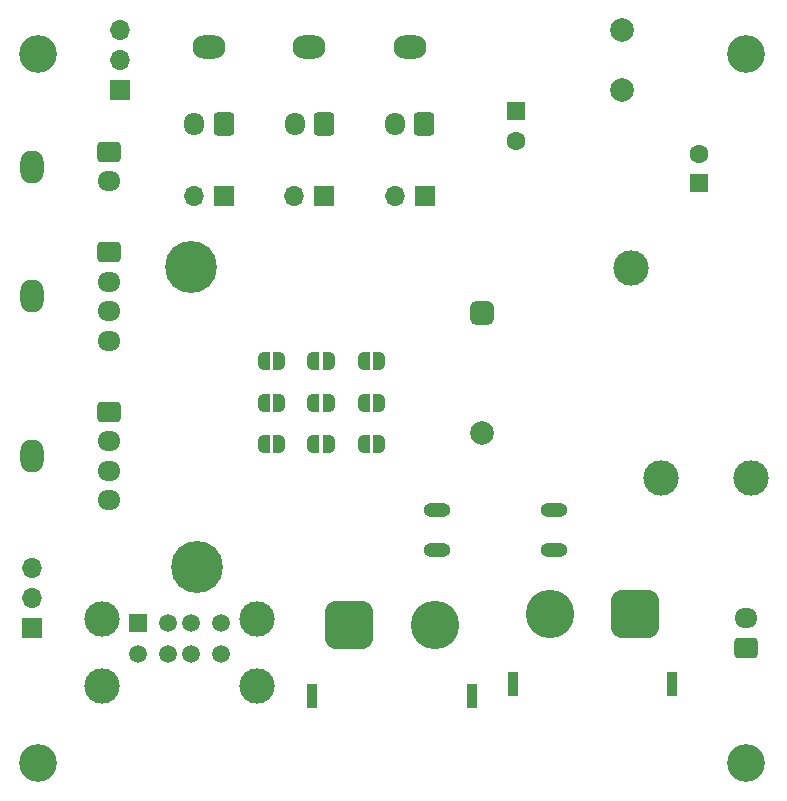
<source format=gbr>
%TF.GenerationSoftware,KiCad,Pcbnew,8.0.1*%
%TF.CreationDate,2024-08-29T16:15:39+09:00*%
%TF.ProjectId,PW-3-mini2-v1,50572d33-2d6d-4696-9e69-322d76312e6b,rev?*%
%TF.SameCoordinates,Original*%
%TF.FileFunction,Soldermask,Bot*%
%TF.FilePolarity,Negative*%
%FSLAX46Y46*%
G04 Gerber Fmt 4.6, Leading zero omitted, Abs format (unit mm)*
G04 Created by KiCad (PCBNEW 8.0.1) date 2024-08-29 16:15:39*
%MOMM*%
%LPD*%
G01*
G04 APERTURE LIST*
G04 Aperture macros list*
%AMRoundRect*
0 Rectangle with rounded corners*
0 $1 Rounding radius*
0 $2 $3 $4 $5 $6 $7 $8 $9 X,Y pos of 4 corners*
0 Add a 4 corners polygon primitive as box body*
4,1,4,$2,$3,$4,$5,$6,$7,$8,$9,$2,$3,0*
0 Add four circle primitives for the rounded corners*
1,1,$1+$1,$2,$3*
1,1,$1+$1,$4,$5*
1,1,$1+$1,$6,$7*
1,1,$1+$1,$8,$9*
0 Add four rect primitives between the rounded corners*
20,1,$1+$1,$2,$3,$4,$5,0*
20,1,$1+$1,$4,$5,$6,$7,0*
20,1,$1+$1,$6,$7,$8,$9,0*
20,1,$1+$1,$8,$9,$2,$3,0*%
%AMFreePoly0*
4,1,19,0.500000,-0.750000,0.000000,-0.750000,0.000000,-0.744911,-0.071157,-0.744911,-0.207708,-0.704816,-0.327430,-0.627875,-0.420627,-0.520320,-0.479746,-0.390866,-0.500000,-0.250000,-0.500000,0.250000,-0.479746,0.390866,-0.420627,0.520320,-0.327430,0.627875,-0.207708,0.704816,-0.071157,0.744911,0.000000,0.744911,0.000000,0.750000,0.500000,0.750000,0.500000,-0.750000,0.500000,-0.750000,
$1*%
%AMFreePoly1*
4,1,19,0.000000,0.744911,0.071157,0.744911,0.207708,0.704816,0.327430,0.627875,0.420627,0.520320,0.479746,0.390866,0.500000,0.250000,0.500000,-0.250000,0.479746,-0.390866,0.420627,-0.520320,0.327430,-0.627875,0.207708,-0.704816,0.071157,-0.744911,0.000000,-0.744911,0.000000,-0.750000,-0.500000,-0.750000,-0.500000,0.750000,0.000000,0.750000,0.000000,0.744911,0.000000,0.744911,
$1*%
G04 Aperture macros list end*
%ADD10R,1.700000X1.700000*%
%ADD11O,1.700000X1.700000*%
%ADD12R,1.600000X1.600000*%
%ADD13C,1.600000*%
%ADD14O,2.000000X2.800000*%
%ADD15RoundRect,0.250000X-0.725000X0.600000X-0.725000X-0.600000X0.725000X-0.600000X0.725000X0.600000X0*%
%ADD16O,1.950000X1.700000*%
%ADD17R,0.900000X2.000000*%
%ADD18RoundRect,1.025000X1.025000X1.025000X-1.025000X1.025000X-1.025000X-1.025000X1.025000X-1.025000X0*%
%ADD19C,4.100000*%
%ADD20RoundRect,0.250000X0.725000X-0.600000X0.725000X0.600000X-0.725000X0.600000X-0.725000X-0.600000X0*%
%ADD21C,4.400000*%
%ADD22C,3.200000*%
%ADD23C,2.000000*%
%ADD24O,2.800000X2.000000*%
%ADD25RoundRect,0.250000X0.600000X0.725000X-0.600000X0.725000X-0.600000X-0.725000X0.600000X-0.725000X0*%
%ADD26O,1.700000X1.950000*%
%ADD27R,1.500000X1.500000*%
%ADD28C,1.500000*%
%ADD29C,3.000000*%
%ADD30O,2.300000X1.200000*%
%ADD31RoundRect,0.500000X0.500000X0.500000X-0.500000X0.500000X-0.500000X-0.500000X0.500000X-0.500000X0*%
%ADD32FreePoly0,180.000000*%
%ADD33FreePoly1,180.000000*%
G04 APERTURE END LIST*
D10*
%TO.C,SW2*%
X115500000Y-102540000D03*
D11*
X115500000Y-100000000D03*
X115500000Y-97460000D03*
%TD*%
D12*
%TO.C,C5*%
X156500000Y-58817621D03*
D13*
X156500000Y-61317621D03*
%TD*%
D14*
%TO.C,J8*%
X115500000Y-63500000D03*
D15*
X122000000Y-62250000D03*
D16*
X122000000Y-64750000D03*
%TD*%
D17*
%TO.C,J1*%
X169750000Y-107350000D03*
X156250000Y-107350000D03*
D18*
X166600000Y-101350000D03*
D19*
X159400000Y-101350000D03*
%TD*%
D20*
%TO.C,J10*%
X176000000Y-104250000D03*
D16*
X176000000Y-101750000D03*
%TD*%
D21*
%TO.C,U2*%
X129500000Y-97400000D03*
X129000000Y-72000000D03*
%TD*%
D22*
%TO.C,H1*%
X116000000Y-54000000D03*
%TD*%
%TO.C,H2*%
X176000000Y-54000000D03*
%TD*%
D23*
%TO.C,L1*%
X165500000Y-57040000D03*
X165500000Y-51960000D03*
%TD*%
D12*
%TO.C,C4*%
X172000000Y-64932380D03*
D13*
X172000000Y-62432380D03*
%TD*%
D14*
%TO.C,J13*%
X115500000Y-88000000D03*
D15*
X122000000Y-84250000D03*
D16*
X122000000Y-86750000D03*
X122000000Y-89250000D03*
X122000000Y-91750000D03*
%TD*%
D10*
%TO.C,J3*%
X140275000Y-66000000D03*
D11*
X137735000Y-66000000D03*
%TD*%
D24*
%TO.C,J5*%
X147500000Y-53400000D03*
D25*
X148750000Y-59900000D03*
D26*
X146250000Y-59900000D03*
%TD*%
D17*
%TO.C,J9*%
X152750000Y-108350000D03*
X139250000Y-108350000D03*
D18*
X142400000Y-102350000D03*
D19*
X149600000Y-102350000D03*
%TD*%
D10*
%TO.C,SW1*%
X123000000Y-57000000D03*
D11*
X123000000Y-54460000D03*
X123000000Y-51920000D03*
%TD*%
D27*
%TO.C,J11*%
X124500000Y-102120000D03*
D28*
X127000000Y-102120000D03*
X129000000Y-102120000D03*
X131500000Y-102120000D03*
X124500000Y-104740000D03*
X127000000Y-104740000D03*
X129000000Y-104740000D03*
X131500000Y-104740000D03*
D29*
X121430000Y-101770000D03*
X121430000Y-107450000D03*
X134570000Y-101770000D03*
X134570000Y-107450000D03*
%TD*%
D10*
%TO.C,J4*%
X131775000Y-66000000D03*
D11*
X129235000Y-66000000D03*
%TD*%
D30*
%TO.C,F1*%
X159700000Y-95950000D03*
X159700000Y-92550000D03*
X149800000Y-95950000D03*
X149800000Y-92550000D03*
%TD*%
D14*
%TO.C,J12*%
X115500000Y-74500000D03*
D15*
X122000000Y-70750000D03*
D16*
X122000000Y-73250000D03*
X122000000Y-75750000D03*
X122000000Y-78250000D03*
%TD*%
D10*
%TO.C,J2*%
X148775000Y-66000000D03*
D11*
X146235000Y-66000000D03*
%TD*%
D22*
%TO.C,H4*%
X176000000Y-114000000D03*
%TD*%
D24*
%TO.C,J7*%
X130500000Y-53400000D03*
D25*
X131750000Y-59900000D03*
D26*
X129250000Y-59900000D03*
%TD*%
D22*
%TO.C,H3*%
X116000000Y-114000000D03*
%TD*%
D29*
%TO.C,K1*%
X166260000Y-72100000D03*
X176400000Y-89900000D03*
X168800000Y-89900000D03*
D31*
X153600000Y-75900000D03*
D23*
X153600000Y-86100000D03*
%TD*%
D24*
%TO.C,J6*%
X139000000Y-53400000D03*
D25*
X140250000Y-59900000D03*
D26*
X137750000Y-59900000D03*
%TD*%
D32*
%TO.C,JP5*%
X140650000Y-83500000D03*
D33*
X139350000Y-83500000D03*
%TD*%
D32*
%TO.C,JP6*%
X140650000Y-80000000D03*
D33*
X139350000Y-80000000D03*
%TD*%
D32*
%TO.C,JP8*%
X144900000Y-83500000D03*
D33*
X143600000Y-83500000D03*
%TD*%
D32*
%TO.C,JP4*%
X140650000Y-87000000D03*
D33*
X139350000Y-87000000D03*
%TD*%
D32*
%TO.C,JP9*%
X144900000Y-80000000D03*
D33*
X143600000Y-80000000D03*
%TD*%
D32*
%TO.C,JP2*%
X136450000Y-83500000D03*
D33*
X135150000Y-83500000D03*
%TD*%
D32*
%TO.C,JP7*%
X144900000Y-87000000D03*
D33*
X143600000Y-87000000D03*
%TD*%
D32*
%TO.C,JP1*%
X136450000Y-87000000D03*
D33*
X135150000Y-87000000D03*
%TD*%
D32*
%TO.C,JP3*%
X136450000Y-80000000D03*
D33*
X135150000Y-80000000D03*
%TD*%
M02*

</source>
